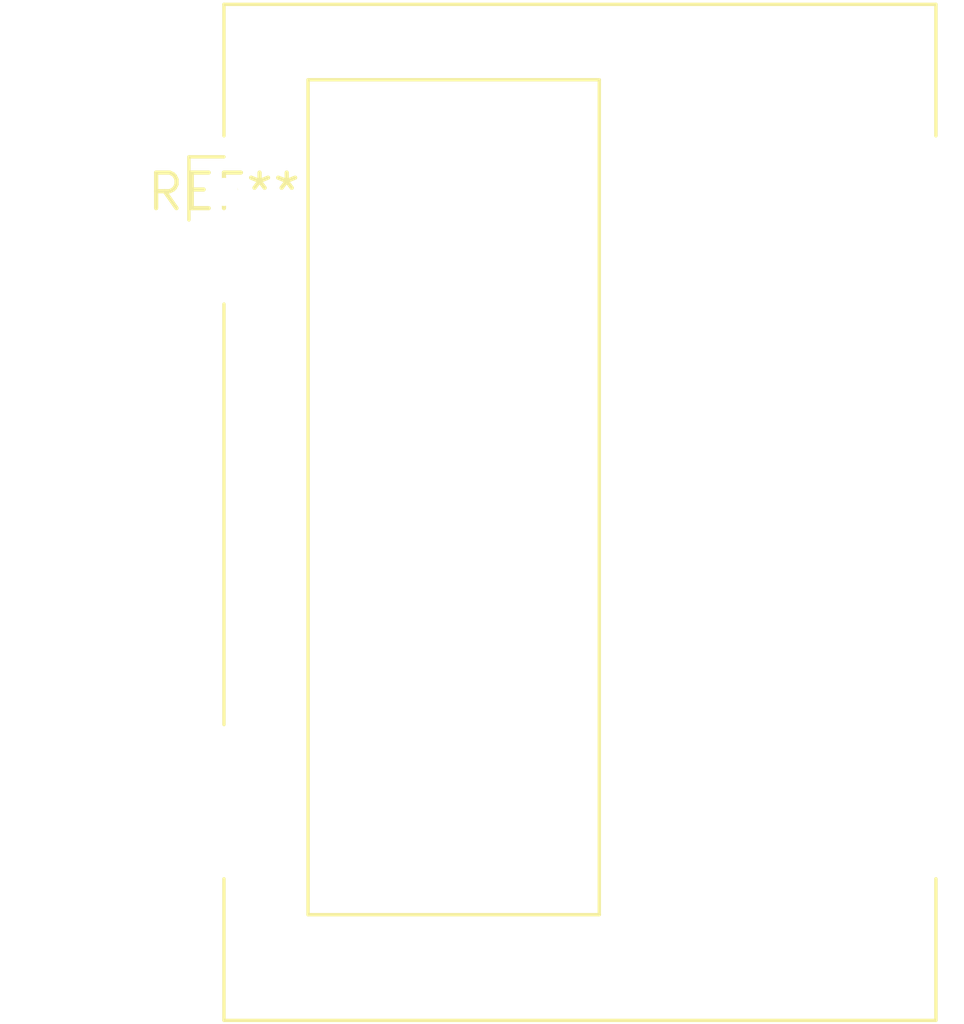
<source format=kicad_pcb>
(kicad_pcb (version 20240108) (generator pcbnew)
  (layers (0 "F.Cu" signal) (31 "B.Cu" signal) (34 "B.Paste" user) (35 "F.Paste" user) (36 "B.SilkS" user "B.Silkscreen") (37 "F.SilkS" user "F.Silkscreen") (38 "B.Mask" user) (39 "F.Mask" user) (44 "Edge.Cuts" user))
  (net 0 "")
  (footprint "EA_DOGS104X-A" (layer "F.Cu") (at 0 0)
    (property "Reference" "REF**")
    (property "Value" "EA_DOGS104X-A")
    (fp_line (start -1.25 -1.25) (end -1.25 1) (layer "F.SilkS") (stroke (width 0.12)))
    (fp_line (start -1.25 -1.25) (end 0 -1.25) (layer "F.SilkS") (stroke (width 0.12)))
    (fp_line (start 0 -6.69) (end 25.4 -6.69) (layer "F.SilkS") (stroke (width 0.12)))
    (fp_line (start 0 -2) (end 0 -6.69) (layer "F.SilkS") (stroke (width 0.12)))
    (fp_line (start 0 4) (end 0 19) (layer "F.SilkS") (stroke (width 0.12)))
    (fp_line (start 0 24.5) (end 0 29.55) (layer "F.SilkS") (stroke (width 0.12)))
    (fp_line (start 3 -4) (end 3 25.78) (layer "F.SilkS") (stroke (width 0.12)))
    (fp_line (start 3 25.78) (end 13.39 25.78) (layer "F.SilkS") (stroke (width 0.12)))
    (fp_line (start 13.39 -4) (end 3 -4) (layer "F.SilkS") (stroke (width 0.12)))
    (fp_line (start 13.39 25.78) (end 13.39 -4) (layer "F.SilkS") (stroke (width 0.12)))
    (fp_line (start 25.4 -6.69) (end 25.4 -2) (layer "F.SilkS") (stroke (width 0.12)))
    (fp_line (start 25.4 24.5) (end 25.4 29.55) (layer "F.SilkS") (stroke (width 0.12)))
    (fp_line (start 25.4 29.55) (end 0 29.55) (layer "F.SilkS") (stroke (width 0.12)))
    (pad "1" thru_hole rect (at 0 0) (size 1.5 1.5) (drill 1) (layers *.Cu *.Mask) (remove_unused_layers))
    (pad "2" thru_hole circle (at 0 2.54) (size 1.5 1.5) (drill 1) (layers *.Cu *.Mask) (remove_unused_layers))
    (pad "9" thru_hole circle (at 0 20.32) (size 1.5 1.5) (drill 1) (layers *.Cu *.Mask) (remove_unused_layers))
    (pad "10" thru_hole circle (at 0 22.86) (size 1.5 1.5) (drill 1) (layers *.Cu *.Mask) (remove_unused_layers))
    (pad "11" thru_hole circle (at 25.4 22.86) (size 1.5 1.5) (drill 1) (layers *.Cu *.Mask) (remove_unused_layers))
    (pad "12" thru_hole circle (at 25.4 20.32) (size 1.5 1.5) (drill 1) (layers *.Cu *.Mask) (remove_unused_layers))
    (pad "13" thru_hole circle (at 25.4 17.78) (size 1.5 1.5) (drill 1) (layers *.Cu *.Mask) (remove_unused_layers))
    (pad "14" thru_hole circle (at 25.4 15.24) (size 1.5 1.5) (drill 1) (layers *.Cu *.Mask) (remove_unused_layers))
    (pad "15" thru_hole circle (at 25.4 12.7) (size 1.5 1.5) (drill 1) (layers *.Cu *.Mask) (remove_unused_layers))
    (pad "16" thru_hole circle (at 25.4 10.16) (size 1.5 1.5) (drill 1) (layers *.Cu *.Mask) (remove_unused_layers))
    (pad "17" thru_hole circle (at 25.4 7.62) (size 1.5 1.5) (drill 1) (layers *.Cu *.Mask) (remove_unused_layers))
    (pad "18" thru_hole circle (at 25.4 5.08) (size 1.5 1.5) (drill 1) (layers *.Cu *.Mask) (remove_unused_layers))
    (pad "19" thru_hole circle (at 25.4 2.54) (size 1.5 1.5) (drill 1) (layers *.Cu *.Mask) (remove_unused_layers))
    (pad "20" thru_hole circle (at 25.4 0) (size 1.5 1.5) (drill 1) (layers *.Cu *.Mask) (remove_unused_layers))
  )
)
</source>
